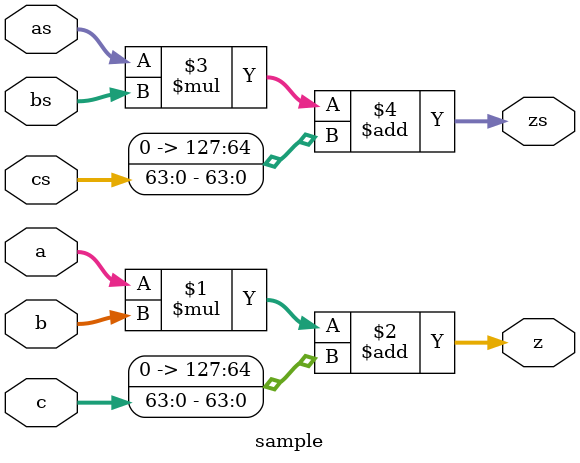
<source format=sv>
module sample (input logic [63:0] a, b, c, input logic signed [63:0] as, bs, cs, output logic [127:0] z, output logic signed [127:0] zs);

    assign z = a*b+{64'h0, c};
    assign zs = as*bs+{64'h0, cs};

endmodule // sample
</source>
